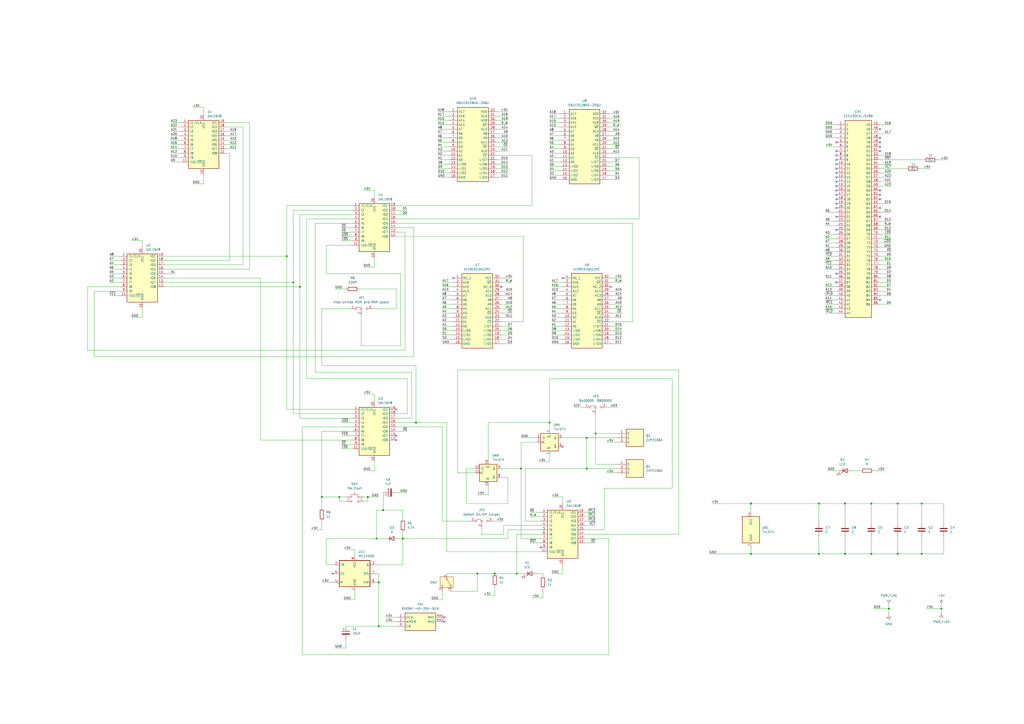
<source format=kicad_sch>
(kicad_sch (version 20231120) (generator "eeschema") (generator_version "8.0")
  (paper "A2")
  (title_block (title "Action Replay III remake") (date "2024-07-11") (comment 1 "By na103"))
  (junction (at 515.62 353.06))
  (junction (at 520.7 321.31))
  (junction (at 299.72 332.74))
  (junction (at 218.44 312.42))
  (junction (at 345.44 251.46))
  (junction (at 474.98 321.31))
  (junction (at 222.25 295.91))
  (junction (at 186.69 288.29))
  (junction (at 233.68 312.42))
  (junction (at 318.77 245.11))
  (junction (at 490.22 321.31))
  (junction (at 302.26 271.78))
  (junction (at 435.61 292.1))
  (junction (at 241.3 245.11))
  (junction (at 534.67 321.31))
  (junction (at 474.98 292.1))
  (junction (at 170.18 163.83))
  (junction (at 219.71 363.22))
  (junction (at 546.1 353.06))
  (junction (at 287.02 332.74))
  (junction (at 505.46 321.31))
  (junction (at 505.46 292.1))
  (junction (at 173.99 166.37))
  (junction (at 490.22 292.1))
  (junction (at 534.67 292.1))
  (junction (at 435.61 321.31))
  (junction (at 219.71 337.82))
  (junction (at 276.86 332.74))
  (junction (at 196.85 288.29))
  (junction (at 520.7 292.1))
  (junction (at 340.36 254))
  (junction (at 213.36 288.29))
  (junction (at 340.36 271.78))
  (junction (at 166.37 148.59))
  (no_connect (at 510.54 87.63))
  (no_connect (at 510.54 82.55))
  (no_connect (at 510.54 115.57))
  (no_connect (at 257.81 358.14))
  (no_connect (at 229.87 252.73))
  (no_connect (at 485.14 113.03))
  (no_connect (at 485.14 133.35))
  (no_connect (at 485.14 105.41))
  (no_connect (at 229.87 237.49))
  (no_connect (at 485.14 92.71))
  (no_connect (at 313.69 317.5))
  (no_connect (at 510.54 120.65))
  (no_connect (at 485.14 118.11))
  (no_connect (at 485.14 125.73))
  (no_connect (at 485.14 102.87))
  (no_connect (at 510.54 173.99))
  (no_connect (at 485.14 87.63))
  (no_connect (at 262.89 161.29))
  (no_connect (at 193.04 332.74))
  (no_connect (at 485.14 107.95))
  (no_connect (at 290.83 166.37))
  (no_connect (at 485.14 163.83))
  (no_connect (at 510.54 110.49))
  (no_connect (at 510.54 80.01))
  (no_connect (at 326.39 259.08))
  (no_connect (at 485.14 158.75))
  (no_connect (at 354.33 166.37))
  (no_connect (at 485.14 95.25))
  (no_connect (at 485.14 82.55))
  (no_connect (at 485.14 100.33))
  (no_connect (at 510.54 74.93))
  (no_connect (at 229.87 255.27))
  (no_connect (at 510.54 85.09))
  (no_connect (at 257.81 360.68))
  (no_connect (at 510.54 113.03))
  (no_connect (at 510.54 125.73))
  (no_connect (at 485.14 90.17))
  (no_connect (at 485.14 115.57))
  (no_connect (at 485.14 97.79))
  (no_connect (at 485.14 110.49))
  (no_connect (at 485.14 120.65))
  (no_connect (at 326.39 161.29))
  (wire (pts (xy 308.61 90.17) (xy 288.29 90.17)))
  (wire (pts (xy 198.12 257.81) (xy 204.47 257.81)))
  (wire (pts (xy 229.87 179.07) (xy 215.9 179.07)))
  (wire (pts (xy 478.79 168.91) (xy 485.14 168.91)))
  (wire (pts (xy 198.12 134.62) (xy 204.47 134.62)))
  (wire (pts (xy 133.35 151.13) (xy 133.35 88.9)))
  (wire (pts (xy 218.44 312.42) (xy 223.52 312.42)))
  (wire (pts (xy 534.67 311.15) (xy 534.67 321.31)))
  (wire (pts (xy 478.79 151.13) (xy 485.14 151.13)))
  (wire (pts (xy 478.79 146.05) (xy 485.14 146.05)))
  (wire (pts (xy 95.25 153.67) (xy 140.97 153.67)))
  (wire (pts (xy 318.77 81.28) (xy 325.12 81.28)))
  (wire (pts (xy 256.54 189.23) (xy 262.89 189.23)))
  (wire (pts (xy 350.52 307.34) (xy 350.52 283.21)))
  (wire (pts (xy 326.39 288.29) (xy 326.39 292.1)))
  (wire (pts (xy 254 64.77) (xy 260.35 64.77)))
  (wire (pts (xy 99.06 83.82) (xy 105.41 83.82)))
  (wire (pts (xy 294.64 307.34) (xy 294.64 312.42)))
  (wire (pts (xy 294.64 92.71) (xy 288.29 92.71)))
  (wire (pts (xy 217.17 267.97) (xy 217.17 273.05)))
  (wire (pts (xy 435.61 321.31) (xy 474.98 321.31)))
  (wire (pts (xy 345.44 314.96) (xy 339.09 314.96)))
  (wire (pts (xy 111.76 106.68) (xy 118.11 106.68)))
  (wire (pts (xy 516.89 146.05) (xy 510.54 146.05)))
  (wire (pts (xy 259.08 332.74) (xy 276.86 332.74)))
  (wire (pts (xy 297.18 173.99) (xy 290.83 173.99)))
  (wire (pts (xy 95.25 151.13) (xy 133.35 151.13)))
  (wire (pts (xy 520.7 292.1) (xy 520.7 303.53)))
  (wire (pts (xy 539.75 97.79) (xy 533.4 97.79)))
  (wire (pts (xy 297.18 176.53) (xy 290.83 176.53)))
  (wire (pts (xy 265.43 274.32) (xy 275.59 274.32)))
  (wire (pts (xy 359.41 68.58) (xy 353.06 68.58)))
  (wire (pts (xy 297.18 163.83) (xy 290.83 163.83)))
  (wire (pts (xy 294.64 100.33) (xy 288.29 100.33)))
  (wire (pts (xy 173.99 166.37) (xy 173.99 242.57)))
  (wire (pts (xy 320.04 189.23) (xy 326.39 189.23)))
  (wire (pts (xy 534.67 292.1) (xy 534.67 303.53)))
  (wire (pts (xy 318.77 245.11) (xy 318.77 248.92)))
  (wire (pts (xy 213.36 288.29) (xy 213.36 290.83)))
  (wire (pts (xy 411.48 321.31) (xy 435.61 321.31)))
  (wire (pts (xy 256.54 196.85) (xy 262.89 196.85)))
  (wire (pts (xy 546.1 350.52) (xy 546.1 353.06)))
  (wire (pts (xy 478.79 181.61) (xy 485.14 181.61)))
  (wire (pts (xy 198.12 137.16) (xy 204.47 137.16)))
  (wire (pts (xy 318.77 66.04) (xy 325.12 66.04)))
  (wire (pts (xy 236.22 250.19) (xy 229.87 250.19)))
  (wire (pts (xy 99.06 76.2) (xy 105.41 76.2)))
  (wire (pts (xy 232.41 158.75) (xy 232.41 200.66)))
  (wire (pts (xy 370.84 127) (xy 370.84 91.44)))
  (wire (pts (xy 196.85 290.83) (xy 200.66 290.83)))
  (wire (pts (xy 516.89 123.19) (xy 510.54 123.19)))
  (wire (pts (xy 350.52 283.21) (xy 389.89 283.21)))
  (wire (pts (xy 254 95.25) (xy 260.35 95.25)))
  (wire (pts (xy 210.82 228.6) (xy 217.17 228.6)))
  (wire (pts (xy 101.6 158.75) (xy 95.25 158.75)))
  (wire (pts (xy 229.87 132.08) (xy 240.03 132.08)))
  (wire (pts (xy 297.18 168.91) (xy 290.83 168.91)))
  (wire (pts (xy 254 74.93) (xy 260.35 74.93)))
  (wire (pts (xy 256.54 176.53) (xy 262.89 176.53)))
  (wire (pts (xy 256.54 184.15) (xy 262.89 184.15)))
  (wire (pts (xy 345.44 297.18) (xy 339.09 297.18)))
  (wire (pts (xy 516.89 151.13) (xy 510.54 151.13)))
  (wire (pts (xy 50.8 203.2) (xy 50.8 166.37)))
  (wire (pts (xy 95.25 161.29) (xy 151.13 161.29)))
  (wire (pts (xy 259.08 245.11) (xy 241.3 245.11)))
  (wire (pts (xy 205.74 318.77) (xy 205.74 322.58)))
  (wire (pts (xy 254 77.47) (xy 260.35 77.47)))
  (wire (pts (xy 254 67.31) (xy 260.35 67.31)))
  (wire (pts (xy 313.69 312.42) (xy 302.26 312.42)))
  (wire (pts (xy 210.82 154.94) (xy 217.17 154.94)))
  (wire (pts (xy 63.5 161.29) (xy 69.85 161.29)))
  (wire (pts (xy 516.89 138.43) (xy 510.54 138.43)))
  (wire (pts (xy 256.54 191.77) (xy 262.89 191.77)))
  (wire (pts (xy 297.18 181.61) (xy 290.83 181.61)))
  (wire (pts (xy 213.36 288.29) (xy 219.71 288.29)))
  (wire (pts (xy 236.22 124.46) (xy 229.87 124.46)))
  (wire (pts (xy 254 69.85) (xy 260.35 69.85)))
  (wire (pts (xy 360.68 189.23) (xy 354.33 189.23)))
  (wire (pts (xy 294.64 85.09) (xy 288.29 85.09)))
  (wire (pts (xy 516.89 133.35) (xy 510.54 133.35)))
  (wire (pts (xy 513.08 273.05) (xy 506.73 273.05)))
  (wire (pts (xy 241.3 212.09) (xy 186.69 212.09)))
  (wire (pts (xy 478.79 153.67) (xy 485.14 153.67)))
  (wire (pts (xy 137.16 83.82) (xy 130.81 83.82)))
  (wire (pts (xy 177.8 219.71) (xy 236.22 219.71)))
  (wire (pts (xy 478.79 77.47) (xy 485.14 77.47)))
  (wire (pts (xy 186.69 212.09) (xy 186.69 179.07)))
  (wire (pts (xy 99.06 81.28) (xy 105.41 81.28)))
  (wire (pts (xy 478.79 148.59) (xy 485.14 148.59)))
  (wire (pts (xy 435.61 292.1) (xy 435.61 297.18)))
  (wire (pts (xy 478.79 138.43) (xy 485.14 138.43)))
  (wire (pts (xy 516.89 143.51) (xy 510.54 143.51)))
  (wire (pts (xy 294.64 74.93) (xy 288.29 74.93)))
  (wire (pts (xy 294.64 77.47) (xy 288.29 77.47)))
  (wire (pts (xy 254 90.17) (xy 260.35 90.17)))
  (wire (pts (xy 292.1 302.26) (xy 285.75 302.26)))
  (wire (pts (xy 308.61 119.38) (xy 308.61 90.17)))
  (wire (pts (xy 393.7 309.88) (xy 393.7 214.63)))
  (wire (pts (xy 353.06 379.73) (xy 175.26 379.73)))
  (wire (pts (xy 490.22 292.1) (xy 490.22 303.53)))
  (wire (pts (xy 314.96 334.01) (xy 314.96 332.74)))
  (wire (pts (xy 217.17 110.49) (xy 217.17 114.3)))
  (wire (pts (xy 314.96 332.74) (xy 311.15 332.74)))
  (wire (pts (xy 515.62 353.06) (xy 515.62 356.87)))
  (wire (pts (xy 302.26 256.54) (xy 311.15 256.54)))
  (wire (pts (xy 297.18 194.31) (xy 290.83 194.31)))
  (wire (pts (xy 516.89 176.53) (xy 510.54 176.53)))
  (wire (pts (xy 505.46 321.31) (xy 505.46 311.15)))
  (wire (pts (xy 222.25 285.75) (xy 222.25 295.91)))
  (wire (pts (xy 95.25 166.37) (xy 173.99 166.37)))
  (wire (pts (xy 297.18 191.77) (xy 290.83 191.77)))
  (wire (pts (xy 320.04 179.07) (xy 326.39 179.07)))
  (wire (pts (xy 236.22 285.75) (xy 229.87 285.75)))
  (wire (pts (xy 99.06 91.44) (xy 105.41 91.44)))
  (wire (pts (xy 510.54 92.71) (xy 535.94 92.71)))
  (wire (pts (xy 210.82 110.49) (xy 217.17 110.49)))
  (wire (pts (xy 200.66 363.22) (xy 219.71 363.22)))
  (wire (pts (xy 546.1 353.06) (xy 546.1 355.6)))
  (wire (pts (xy 240.03 132.08) (xy 240.03 207.01)))
  (wire (pts (xy 233.68 308.61) (xy 233.68 312.42)))
  (wire (pts (xy 358.14 236.22) (xy 351.79 236.22)))
  (wire (pts (xy 63.5 153.67) (xy 69.85 153.67)))
  (wire (pts (xy 389.89 219.71) (xy 318.77 219.71)))
  (wire (pts (xy 198.12 252.73) (xy 204.47 252.73)))
  (wire (pts (xy 478.79 85.09) (xy 485.14 85.09)))
  (wire (pts (xy 287.02 332.74) (xy 276.86 332.74)))
  (wire (pts (xy 287.02 340.36) (xy 287.02 345.44)))
  (wire (pts (xy 359.41 88.9) (xy 353.06 88.9)))
  (wire (pts (xy 292.1 309.88) (xy 279.4 309.88)))
  (wire (pts (xy 359.41 83.82) (xy 353.06 83.82)))
  (wire (pts (xy 320.04 191.77) (xy 326.39 191.77)))
  (wire (pts (xy 359.41 76.2) (xy 353.06 76.2)))
  (wire (pts (xy 189.23 142.24) (xy 189.23 158.75)))
  (wire (pts (xy 118.11 62.23) (xy 118.11 66.04)))
  (wire (pts (xy 218.44 327.66) (xy 233.68 327.66)))
  (wire (pts (xy 229.87 137.16) (xy 303.53 137.16)))
  (wire (pts (xy 210.82 273.05) (xy 217.17 273.05)))
  (wire (pts (xy 359.41 81.28) (xy 353.06 81.28)))
  (wire (pts (xy 360.68 179.07) (xy 354.33 179.07)))
  (wire (pts (xy 261.62 342.9) (xy 276.86 342.9)))
  (wire (pts (xy 360.68 181.61) (xy 354.33 181.61)))
  (wire (pts (xy 189.23 158.75) (xy 232.41 158.75)))
  (wire (pts (xy 302.26 312.42) (xy 302.26 271.78)))
  (wire (pts (xy 354.33 161.29) (xy 360.68 161.29)))
  (wire (pts (xy 256.54 186.69) (xy 262.89 186.69)))
  (wire (pts (xy 516.89 107.95) (xy 510.54 107.95)))
  (wire (pts (xy 297.18 179.07) (xy 290.83 179.07)))
  (wire (pts (xy 182.88 215.9) (xy 238.76 215.9)))
  (wire (pts (xy 505.46 321.31) (xy 520.7 321.31)))
  (wire (pts (xy 238.76 242.57) (xy 229.87 242.57)))
  (wire (pts (xy 339.09 307.34) (xy 350.52 307.34)))
  (wire (pts (xy 219.71 363.22) (xy 229.87 363.22)))
  (wire (pts (xy 478.79 74.93) (xy 485.14 74.93)))
  (wire (pts (xy 186.69 250.19) (xy 186.69 288.29)))
  (wire (pts (xy 256.54 181.61) (xy 262.89 181.61)))
  (wire (pts (xy 95.25 156.21) (xy 144.78 156.21)))
  (wire (pts (xy 290.83 276.86) (xy 294.64 276.86)))
  (wire (pts (xy 270.51 271.78) (xy 275.59 271.78)))
  (wire (pts (xy 320.04 173.99) (xy 326.39 173.99)))
  (wire (pts (xy 478.79 161.29) (xy 485.14 161.29)))
  (wire (pts (xy 218.44 312.42) (xy 189.23 312.42)))
  (wire (pts (xy 345.44 302.26) (xy 339.09 302.26)))
  (wire (pts (xy 516.89 105.41) (xy 510.54 105.41)))
  (wire (pts (xy 54.61 168.91) (xy 69.85 168.91)))
  (wire (pts (xy 534.67 321.31) (xy 520.7 321.31)))
  (wire (pts (xy 320.04 171.45) (xy 326.39 171.45)))
  (wire (pts (xy 151.13 255.27) (xy 204.47 255.27)))
  (wire (pts (xy 177.8 127) (xy 177.8 219.71)))
  (wire (pts (xy 302.26 271.78) (xy 302.26 256.54)))
  (wire (pts (xy 516.89 102.87) (xy 510.54 102.87)))
  (wire (pts (xy 82.55 179.07) (xy 82.55 184.15)))
  (wire (pts (xy 478.79 135.89) (xy 485.14 135.89)))
  (wire (pts (xy 360.68 194.31) (xy 354.33 194.31)))
  (wire (pts (xy 367.03 186.69) (xy 354.33 186.69)))
  (wire (pts (xy 307.34 299.72) (xy 313.69 299.72)))
  (wire (pts (xy 99.06 86.36) (xy 105.41 86.36)))
  (wire (pts (xy 63.5 148.59) (xy 69.85 148.59)))
  (wire (pts (xy 359.41 66.04) (xy 353.06 66.04)))
  (wire (pts (xy 223.52 360.68) (xy 229.87 360.68)))
  (wire (pts (xy 205.74 342.9) (xy 205.74 347.98)))
  (wire (pts (xy 294.64 95.25) (xy 288.29 95.25)))
  (wire (pts (xy 204.47 121.92) (xy 170.18 121.92)))
  (wire (pts (xy 229.87 247.65) (xy 256.54 247.65)))
  (wire (pts (xy 478.79 166.37) (xy 485.14 166.37)))
  (wire (pts (xy 217.17 149.86) (xy 217.17 154.94)))
  (wire (pts (xy 516.89 77.47) (xy 510.54 77.47)))
  (wire (pts (xy 549.91 92.71) (xy 543.56 92.71)))
  (wire (pts (xy 302.26 254) (xy 311.15 254)))
  (wire (pts (xy 137.16 86.36) (xy 130.81 86.36)))
  (wire (pts (xy 208.28 167.64) (xy 229.87 167.64)))
  (wire (pts (xy 360.68 184.15) (xy 354.33 184.15)))
  (wire (pts (xy 218.44 337.82) (xy 219.71 337.82)))
  (wire (pts (xy 303.53 186.69) (xy 290.83 186.69)))
  (wire (pts (xy 76.2 139.7) (xy 82.55 139.7)))
  (wire (pts (xy 213.36 288.29) (xy 210.82 288.29)))
  (wire (pts (xy 292.1 304.8) (xy 292.1 309.88)))
  (wire (pts (xy 360.68 176.53) (xy 354.33 176.53)))
  (wire (pts (xy 320.04 199.39) (xy 326.39 199.39)))
  (wire (pts (xy 313.69 307.34) (xy 294.64 307.34)))
  (wire (pts (xy 359.41 99.06) (xy 353.06 99.06)))
  (wire (pts (xy 359.41 96.52) (xy 353.06 96.52)))
  (wire (pts (xy 478.79 72.39) (xy 485.14 72.39)))
  (wire (pts (xy 173.99 242.57) (xy 204.47 242.57)))
  (wire (pts (xy 313.69 304.8) (xy 292.1 304.8)))
  (wire (pts (xy 534.67 292.1) (xy 547.37 292.1)))
  (wire (pts (xy 82.55 139.7) (xy 82.55 143.51)))
  (wire (pts (xy 170.18 163.83) (xy 170.18 240.03)))
  (wire (pts (xy 254 97.79) (xy 260.35 97.79)))
  (wire (pts (xy 345.44 269.24) (xy 358.14 269.24)))
  (wire (pts (xy 294.64 72.39) (xy 288.29 72.39)))
  (wire (pts (xy 151.13 161.29) (xy 151.13 255.27)))
  (wire (pts (xy 318.77 264.16) (xy 318.77 267.97)))
  (wire (pts (xy 137.16 76.2) (xy 130.81 76.2)))
  (wire (pts (xy 270.51 292.1) (xy 270.51 271.78)))
  (wire (pts (xy 480.06 273.05) (xy 486.41 273.05)))
  (wire (pts (xy 294.64 292.1) (xy 270.51 292.1)))
  (wire (pts (xy 233.68 312.42) (xy 294.64 312.42)))
  (wire (pts (xy 198.12 132.08) (xy 204.47 132.08)))
  (wire (pts (xy 318.77 104.14) (xy 325.12 104.14)))
  (wire (pts (xy 506.73 353.06) (xy 515.62 353.06)))
  (wire (pts (xy 50.8 166.37) (xy 69.85 166.37)))
  (wire (pts (xy 359.41 71.12) (xy 353.06 71.12)))
  (wire (pts (xy 516.89 161.29) (xy 510.54 161.29)))
  (wire (pts (xy 254 82.55) (xy 260.35 82.55)))
  (wire (pts (xy 189.23 142.24) (xy 204.47 142.24)))
  (wire (pts (xy 360.68 163.83) (xy 354.33 163.83)))
  (wire (pts (xy 297.18 189.23) (xy 290.83 189.23)))
  (wire (pts (xy 320.04 168.91) (xy 326.39 168.91)))
  (wire (pts (xy 294.64 80.01) (xy 288.29 80.01)))
  (wire (pts (xy 490.22 292.1) (xy 505.46 292.1)))
  (wire (pts (xy 232.41 200.66) (xy 209.55 200.66)))
  (wire (pts (xy 299.72 309.88) (xy 299.72 332.74)))
  (wire (pts (xy 516.89 156.21) (xy 510.54 156.21)))
  (wire (pts (xy 303.53 332.74) (xy 299.72 332.74)))
  (wire (pts (xy 233.68 300.99) (xy 233.68 295.91)))
  (wire (pts (xy 320.04 176.53) (xy 326.39 176.53)))
  (wire (pts (xy 166.37 119.38) (xy 204.47 119.38)))
  (wire (pts (xy 297.18 184.15) (xy 290.83 184.15)))
  (wire (pts (xy 320.04 184.15) (xy 326.39 184.15)))
  (wire (pts (xy 198.12 260.35) (xy 204.47 260.35)))
  (wire (pts (xy 345.44 251.46) (xy 358.14 251.46)))
  (wire (pts (xy 283.21 266.7) (xy 283.21 245.11)))
  (wire (pts (xy 389.89 283.21) (xy 389.89 219.71)))
  (wire (pts (xy 537.21 353.06) (xy 546.1 353.06)))
  (wire (pts (xy 137.16 78.74) (xy 130.81 78.74)))
  (wire (pts (xy 326.39 327.66) (xy 326.39 332.74)))
  (wire (pts (xy 494.03 273.05) (xy 499.11 273.05)))
  (wire (pts (xy 307.34 314.96) (xy 313.69 314.96)))
  (wire (pts (xy 320.04 186.69) (xy 326.39 186.69)))
  (wire (pts (xy 478.79 156.21) (xy 485.14 156.21)))
  (wire (pts (xy 345.44 304.8) (xy 339.09 304.8)))
  (wire (pts (xy 516.89 153.67) (xy 510.54 153.67)))
  (wire (pts (xy 209.55 200.66) (xy 209.55 182.88)))
  (wire (pts (xy 474.98 292.1) (xy 490.22 292.1)))
  (wire (pts (xy 478.79 179.07) (xy 485.14 179.07)))
  (wire (pts (xy 166.37 119.38) (xy 166.37 148.59)))
  (wire (pts (xy 359.41 101.6) (xy 353.06 101.6)))
  (wire (pts (xy 217.17 228.6) (xy 217.17 232.41)))
  (wire (pts (xy 312.42 267.97) (xy 318.77 267.97)))
  (wire (pts (xy 198.12 245.11) (xy 204.47 245.11)))
  (wire (pts (xy 238.76 215.9) (xy 238.76 242.57)))
  (wire (pts (xy 219.71 337.82) (xy 219.71 363.22)))
  (wire (pts (xy 290.83 161.29) (xy 297.18 161.29)))
  (wire (pts (xy 478.79 176.53) (xy 485.14 176.53)))
  (wire (pts (xy 166.37 148.59) (xy 166.37 237.49)))
  (wire (pts (xy 229.87 129.54) (xy 367.03 129.54)))
  (wire (pts (xy 218.44 295.91) (xy 218.44 312.42)))
  (wire (pts (xy 140.97 73.66) (xy 130.81 73.66)))
  (wire (pts (xy 339.09 312.42) (xy 353.06 312.42)))
  (wire (pts (xy 359.41 73.66) (xy 353.06 73.66)))
  (wire (pts (xy 320.04 166.37) (xy 326.39 166.37)))
  (wire (pts (xy 318.77 73.66) (xy 325.12 73.66)))
  (wire (pts (xy 63.5 171.45) (xy 69.85 171.45)))
  (wire (pts (xy 256.54 166.37) (xy 262.89 166.37)))
  (wire (pts (xy 254 87.63) (xy 260.35 87.63)))
  (wire (pts (xy 490.22 321.31) (xy 490.22 311.15)))
  (wire (pts (xy 175.26 247.65) (xy 204.47 247.65)))
  (wire (pts (xy 370.84 91.44) (xy 353.06 91.44)))
  (wire (pts (xy 99.06 93.98) (xy 105.41 93.98)))
  (wire (pts (xy 505.46 292.1) (xy 505.46 303.53)))
  (wire (pts (xy 254 85.09) (xy 260.35 85.09)))
  (wire (pts (xy 351.79 256.54) (xy 358.14 256.54)))
  (wire (pts (xy 199.39 318.77) (xy 205.74 318.77)))
  (wire (pts (xy 359.41 78.74) (xy 353.06 78.74)))
  (wire (pts (xy 320.04 163.83) (xy 326.39 163.83)))
  (wire (pts (xy 313.69 302.26) (xy 304.8 302.26)))
  (wire (pts (xy 294.64 64.77) (xy 288.29 64.77)))
  (wire (pts (xy 478.79 171.45) (xy 485.14 171.45)))
  (wire (pts (xy 547.37 321.31) (xy 534.67 321.31)))
  (wire (pts (xy 318.77 91.44) (xy 325.12 91.44)))
  (wire (pts (xy 95.25 163.83) (xy 170.18 163.83)))
  (wire (pts (xy 516.89 118.11) (xy 510.54 118.11)))
  (wire (pts (xy 474.98 321.31) (xy 474.98 311.15)))
  (wire (pts (xy 133.35 88.9) (xy 130.81 88.9)))
  (wire (pts (xy 367.03 129.54) (xy 367.03 186.69)))
  (wire (pts (xy 111.76 62.23) (xy 118.11 62.23)))
  (wire (pts (xy 186.69 337.82) (xy 193.04 337.82)))
  (wire (pts (xy 516.89 130.81) (xy 510.54 130.81)))
  (wire (pts (xy 299.72 332.74) (xy 287.02 332.74)))
  (wire (pts (xy 186.69 288.29) (xy 196.85 288.29)))
  (wire (pts (xy 265.43 214.63) (xy 265.43 274.32)))
  (wire (pts (xy 240.03 207.01) (xy 54.61 207.01)))
  (wire (pts (xy 54.61 207.01) (xy 54.61 168.91)))
  (wire (pts (xy 204.47 127) (xy 177.8 127)))
  (wire (pts (xy 186.69 302.26) (xy 186.69 307.34)))
  (wire (pts (xy 99.06 71.12) (xy 105.41 71.12)))
  (wire (pts (xy 359.41 86.36) (xy 353.06 86.36)))
  (wire (pts (xy 318.77 71.12) (xy 325.12 71.12)))
  (wire (pts (xy 118.11 101.6) (xy 118.11 106.68)))
  (wire (pts (xy 233.68 295.91) (xy 222.25 295.91)))
  (wire (pts (xy 182.88 129.54) (xy 182.88 215.9)))
  (wire (pts (xy 204.47 250.19) (xy 186.69 250.19)))
  (wire (pts (xy 198.12 139.7) (xy 204.47 139.7)))
  (wire (pts (xy 234.95 203.2) (xy 50.8 203.2)))
  (wire (pts (xy 256.54 171.45) (xy 262.89 171.45)))
  (wire (pts (xy 294.64 97.79) (xy 288.29 97.79)))
  (wire (pts (xy 166.37 237.49) (xy 204.47 237.49)))
  (wire (pts (xy 516.89 171.45) (xy 510.54 171.45)))
  (wire (pts (xy 547.37 311.15) (xy 547.37 321.31)))
  (wire (pts (xy 412.75 292.1) (xy 435.61 292.1)))
  (wire (pts (xy 63.5 158.75) (xy 69.85 158.75)))
  (wire (pts (xy 340.36 271.78) (xy 340.36 254)))
  (wire (pts (xy 478.79 143.51) (xy 485.14 143.51)))
  (wire (pts (xy 345.44 251.46) (xy 345.44 269.24)))
  (wire (pts (xy 516.89 135.89) (xy 510.54 135.89)))
  (wire (pts (xy 478.79 80.01) (xy 485.14 80.01)))
  (wire (pts (xy 144.78 71.12) (xy 130.81 71.12)))
  (wire (pts (xy 478.79 123.19) (xy 485.14 123.19)))
  (wire (pts (xy 478.79 140.97) (xy 485.14 140.97)))
  (wire (pts (xy 186.69 288.29) (xy 186.69 294.64)))
  (wire (pts (xy 196.85 288.29) (xy 200.66 288.29)))
  (wire (pts (xy 474.98 292.1) (xy 474.98 303.53)))
  (wire (pts (xy 283.21 281.94) (xy 283.21 287.02)))
  (wire (pts (xy 516.89 100.33) (xy 510.54 100.33)))
  (wire (pts (xy 259.08 245.11) (xy 259.08 320.04)))
  (wire (pts (xy 256.54 247.65) (xy 256.54 302.26)))
  (wire (pts (xy 297.18 199.39) (xy 290.83 199.39)))
  (wire (pts (xy 236.22 121.92) (xy 229.87 121.92)))
  (wire (pts (xy 229.87 119.38) (xy 308.61 119.38)))
  (wire (pts (xy 360.68 191.77) (xy 354.33 191.77)))
  (wire (pts (xy 516.89 168.91) (xy 510.54 168.91)))
  (wire (pts (xy 307.34 297.18) (xy 313.69 297.18)))
  (wire (pts (xy 520.7 321.31) (xy 520.7 311.15)))
  (wire (pts (xy 194.31 375.92) (xy 200.66 375.92)))
  (wire (pts (xy 520.7 292.1) (xy 534.67 292.1)))
  (wire (pts (xy 339.09 309.88) (xy 393.7 309.88)))
  (wire (pts (xy 204.47 129.54) (xy 182.88 129.54)))
  (wire (pts (xy 144.78 156.21) (xy 144.78 71.12)))
  (wire (pts (xy 229.87 245.11) (xy 241.3 245.11)))
  (wire (pts (xy 478.79 173.99) (xy 485.14 173.99)))
  (wire (pts (xy 254 92.71) (xy 260.35 92.71)))
  (wire (pts (xy 279.4 309.88) (xy 279.4 306.07)))
  (wire (pts (xy 359.41 104.14) (xy 353.06 104.14)))
  (wire (pts (xy 360.68 171.45) (xy 354.33 171.45)))
  (wire (pts (xy 199.39 347.98) (xy 205.74 347.98)))
  (wire (pts (xy 196.85 288.29) (xy 196.85 290.83)))
  (wire (pts (xy 254 80.01) (xy 260.35 80.01)))
  (wire (pts (xy 189.23 312.42) (xy 189.23 327.66)))
  (wire (pts (xy 505.46 292.1) (xy 520.7 292.1)))
  (wire (pts (xy 393.7 214.63) (xy 265.43 214.63)))
  (wire (pts (xy 256.54 168.91) (xy 262.89 168.91)))
  (wire (pts (xy 259.08 320.04) (xy 313.69 320.04)))
  (wire (pts (xy 351.79 274.32) (xy 358.14 274.32)))
  (wire (pts (xy 231.14 312.42) (xy 233.68 312.42)))
  (wire (pts (xy 313.69 309.88) (xy 299.72 309.88)))
  (wire (pts (xy 229.87 127) (xy 370.84 127)))
  (wire (pts (xy 256.54 163.83) (xy 262.89 163.83)))
  (wire (pts (xy 318.77 78.74) (xy 325.12 78.74)))
  (wire (pts (xy 297.18 196.85) (xy 290.83 196.85)))
  (wire (pts (xy 345.44 240.03) (xy 345.44 251.46)))
  (wire (pts (xy 218.44 332.74) (xy 219.71 332.74)))
  (wire (pts (xy 360.68 199.39) (xy 354.33 199.39)))
  (wire (pts (xy 276.86 287.02) (xy 283.21 287.02)))
  (wire (pts (xy 189.23 327.66) (xy 193.04 327.66)))
  (wire (pts (xy 353.06 312.42) (xy 353.06 379.73)))
  (wire (pts (xy 256.54 302.26) (xy 273.05 302.26)))
  (wire (pts (xy 175.26 379.73) (xy 175.26 247.65)))
  (wire (pts (xy 194.31 167.64) (xy 200.66 167.64)))
  (wire (pts (xy 308.61 346.71) (xy 314.96 346.71)))
  (wire (pts (xy 304.8 302.26) (xy 304.8 271.78)))
  (wire (pts (xy 76.2 184.15) (xy 82.55 184.15)))
  (wire (pts (xy 283.21 245.11) (xy 318.77 245.11)))
  (wire (pts (xy 345.44 299.72) (xy 339.09 299.72)))
  (wire (pts (xy 320.04 181.61) (xy 326.39 181.61)))
  (wire (pts (xy 180.34 307.34) (xy 186.69 307.34)))
  (wire (pts (xy 186.69 179.07) (xy 203.2 179.07)))
  (wire (pts (xy 478.79 130.81) (xy 485.14 130.81)))
  (wire (pts (xy 222.25 295.91) (xy 218.44 295.91)))
  (wire (pts (xy 170.18 121.92) (xy 170.18 163.83)))
  (wire (pts (xy 516.89 140.97) (xy 510.54 140.97)))
  (wire (pts (xy 250.19 347.98) (xy 256.54 347.98)))
  (wire (pts (xy 254 100.33) (xy 260.35 100.33)))
  (wire (pts (xy 515.62 350.52) (xy 515.62 353.06)))
  (wire (pts (xy 294.64 67.31) (xy 288.29 67.31)))
  (wire (pts (xy 236.22 219.71) (xy 236.22 240.03)))
  (wire (pts (xy 236.22 240.03) (xy 229.87 240.03)))
  (wire (pts (xy 276.86 332.74) (xy 276.86 342.9)))
  (wire (pts (xy 63.5 163.83) (xy 69.85 163.83)))
  (wire (pts (xy 294.64 276.86) (xy 294.64 292.1)))
  (wire (pts (xy 360.68 196.85) (xy 354.33 196.85)))
  (wire (pts (xy 256.54 194.31) (xy 262.89 194.31)))
  (wire (pts (xy 173.99 124.46) (xy 173.99 166.37)))
  (wire (pts (xy 303.53 137.16) (xy 303.53 186.69)))
  (wire (pts (xy 297.18 171.45) (xy 290.83 171.45)))
  (wire (pts (xy 320.04 332.74) (xy 326.39 332.74)))
  (wire (pts (xy 256.54 179.07) (xy 262.89 179.07)))
  (wire (pts (xy 256.54 199.39) (xy 262.89 199.39)))
  (wire (pts (xy 254 102.87) (xy 260.35 102.87)))
  (wire (pts (xy 95.25 148.59) (xy 166.37 148.59)))
  (wire (pts (xy 318.77 68.58) (xy 325.12 68.58)))
  (wire (pts (xy 490.22 321.31) (xy 505.46 321.31)))
  (wire (pts (xy 340.36 271.78) (xy 358.14 271.78)))
  (wire (pts (xy 360.68 173.99) (xy 354.33 173.99)))
  (wire (pts (xy 360.68 168.91) (xy 354.33 168.91)))
  (wire (pts (xy 294.64 87.63) (xy 288.29 87.63)))
  (wire (pts (xy 435.61 292.1) (xy 474.98 292.1)))
  (wire (pts (xy 516.89 166.37) (xy 510.54 166.37)))
  (wire (pts (xy 290.83 271.78) (xy 302.26 271.78)))
  (wire (pts (xy 318.77 93.98) (xy 325.12 93.98)))
  (wire (pts (xy 516.89 163.83) (xy 510.54 163.83)))
  (wire (pts (xy 234.95 134.62) (xy 234.95 203.2)))
  (wire (pts (xy 99.06 78.74) (xy 105.41 78.74)))
  (wire (pts (xy 516.89 90.17) (xy 510.54 90.17)))
  (wire (pts (xy 318.77 219.71) (xy 318.77 245.11)))
  (wire (pts (xy 137.16 81.28) (xy 130.81 81.28)))
  (wire (pts (xy 326.39 254) (xy 340.36 254)))
  (wire (pts (xy 318.77 96.52) (xy 325.12 96.52)))
  (wire (pts (xy 516.89 72.39) (xy 510.54 72.39)))
  (wire (pts (xy 435.61 321.31) (xy 435.61 317.5)))
  (wire (pts (xy 256.54 342.9) (xy 256.54 347.98)))
  (wire (pts (xy 223.52 358.14) (xy 229.87 358.14)))
  (wire (pts (xy 200.66 370.84) (xy 200.66 375.92)))
  (wire (pts (xy 229.87 134.62) (xy 234.95 134.62)))
  (wire (pts (xy 516.89 128.27) (xy 510.54 128.27)))
  (wire (pts (xy 229.87 167.64) (xy 229.87 179.07)))
  (wire (pts (xy 510.54 97.79) (xy 525.78 97.79)))
  (wire (pts (xy 140.97 153.67) (xy 140.97 73.66)))
  (wire (pts (xy 318.77 99.06) (xy 325.12 99.06)))
  (wire (pts (xy 99.06 73.66) (xy 105.41 73.66)))
  (wire (pts (xy 280.67 345.44) (xy 287.02 345.44)))
  (wire (pts (xy 320.04 194.31) (xy 326.39 194.31)))
  (wire (pts (xy 304.8 271.78) (xy 340.36 271.78)))
  (wire (pts (xy 516.89 95.25) (xy 510.54 95.25)))
  (wire (pts (xy 320.04 196.85) (xy 326.39 196.85)))
  (wire (pts (xy 241.3 245.11) (xy 241.3 212.09)))
  (wire (pts (xy 99.06 88.9) (xy 105.41 88.9)))
  (wire (pts (xy 233.68 327.66) (xy 233.68 312.42)))
  (wire (pts (xy 314.96 341.63) (xy 314.96 346.71)))
  (wire (pts (xy 340.36 254) (xy 358.14 254)))
  (wire (pts (xy 318.77 83.82) (xy 325.12 83.82)))
  (wire (pts (xy 318.77 88.9) (xy 325.12 88.9)))
  (wire (pts (xy 478.79 128.27) (xy 485.14 128.27)))
  (wire (pts (xy 318.77 86.36) (xy 325.12 86.36)))
  (wire (pts (xy 318.77 101.6) (xy 325.12 101.6)))
  (wire (pts (xy 516.89 158.75) (xy 510.54 158.75)))
  (wire (pts (xy 516.89 148.59) (xy 510.54 148.59)))
  (wire (pts (xy 294.64 102.87) (xy 288.29 102.87)))
  (wire (pts (xy 63.5 156.21) (xy 69.85 156.21)))
  (wire (pts (xy 204.47 124.46) (xy 173.99 124.46)))
  (wire (pts (xy 170.18 240.03) (xy 204.47 240.03)))
  (wire (pts (xy 547.37 292.1) (xy 547.37 303.53)))
  (wire (pts (xy 332.74 236.22) (xy 339.09 236.22)))
  (wire (pts (xy 219.71 332.74) (xy 219.71 337.82)))
  (wire (pts (xy 213.36 290.83) (xy 210.82 290.83)))
  (wire (pts (xy 294.64 69.85) (xy 288.29 69.85)))
  (wire (pts (xy 359.41 93.98) (xy 353.06 93.98)))
  (wire (pts (xy 294.64 82.55) (xy 288.29 82.55)))
  (wire (pts (xy 254 72.39) (xy 260.35 72.39)))
  (wire (pts (xy 63.5 151.13) (xy 69.85 151.13)))
  (wire (pts (xy 474.98 321.31) (xy 490.22 321.31)))
  (wire (pts (xy 256.54 173.99) (xy 262.89 173.99)))
  (wire (pts (xy 318.77 76.2) (xy 325.12 76.2)))
  (wire (pts (xy 320.04 288.29) (xy 326.39 288.29)))
  (label "A11" (at 294.64 87.63 180))
  (label "A13" (at 137.16 83.82 180))
  (label "D11" (at 516.89 138.43 180))
  (label "+5V" (at 111.76 62.23 0))
  (label "+5V" (at 180.34 307.34 0))
  (label "A15" (at 478.79 179.07 0))
  (label "GND" (at 194.31 167.64 0))
  (label "A16" (at 320.04 166.37 0))
  (label "D2" (at 318.77 101.6 0))
  (label "+5V" (at 513.08 273.05 180))
  (label "A3" (at 318.77 88.9 0))
  (label "D12" (at 294.64 100.33 180))
  (label "A4" (at 320.04 181.61 0))
  (label "~{FC0}" (at 478.79 148.59 0))
  (label "D4" (at 516.89 168.91 180))
  (label "+5V" (at 210.82 228.6 0))
  (label "A14" (at 360.68 171.45 180))
  (label "D1" (at 318.77 99.06 0))
  (label "A6" (at 478.79 128.27 0))
  (label "D9" (at 516.89 156.21 180))
  (label "A13" (at 256.54 168.91 0))
  (label "~{IPL1}" (at 345.44 299.72 180))
  (label "A15" (at 254 69.85 0))
  (label "GND" (at 411.48 321.31 0))
  (label "D1" (at 236.22 121.92 180))
  (label "GND" (at 320.04 332.74 0))
  (label "~{IPL0}" (at 478.79 171.45 0))
  (label "+5V" (at 359.41 66.04 180))
  (label "~{UDS}" (at 516.89 140.97 180))
  (label "R_W" (at 359.41 73.66 180))
  (label "~{OE}" (at 294.64 85.09 180))
  (label "D7" (at 359.41 93.98 180))
  (label "A3" (at 478.79 135.89 0))
  (label "A10" (at 294.64 80.01 180))
  (label "A7" (at 254 77.47 0))
  (label "A2" (at 318.77 91.44 0))
  (label "GND" (at 194.31 375.92 0))
  (label "R_W" (at 297.18 163.83 180))
  (label "A13" (at 254 72.39 0))
  (label "D14" (at 516.89 123.19 180))
  (label "+5V" (at 280.67 345.44 0))
  (label "A16" (at 359.41 68.58 180))
  (label "A23" (at 358.14 236.22 180))
  (label "A18" (at 254 64.77 0))
  (label "A7" (at 478.79 140.97 0))
  (label "~{AS}" (at 236.22 250.19 180))
  (label "D2" (at 256.54 196.85 0))
  (label "D3" (at 359.41 104.14 180))
  (label "~{RST}" (at 516.89 92.71 180))
  (label "A20" (at 99.06 78.74 0))
  (label "A17" (at 254 67.31 0))
  (label "A5" (at 478.79 123.19 0))
  (label "A18" (at 99.06 81.28 0))
  (label "A17" (at 320.04 163.83 0))
  (label "D0" (at 256.54 191.77 0))
  (label "A20" (at 516.89 100.33 180))
  (label "A8" (at 320.04 171.45 0))
  (label "A14" (at 294.64 74.93 180))
  (label "GND" (at 254 102.87 0))
  (label "A7" (at 320.04 173.99 0))
  (label "+5V" (at 276.86 287.02 0))
  (label "A16" (at 99.06 83.82 0))
  (label "R_W" (at 294.64 72.39 180))
  (label "GND" (at 236.22 285.75 180))
  (label "A19" (at 137.16 76.2 180))
  (label "A5" (at 254 82.55 0))
  (label "D13" (at 360.68 194.31 180))
  (label "D11" (at 294.64 102.87 180))
  (label "A8" (at 478.79 146.05 0))
  (label "~{IPL1}" (at 478.79 176.53 0))
  (label "A5" (at 320.04 179.07 0))
  (label "~{LDS}" (at 516.89 135.89 180))
  (label "D11" (at 360.68 199.39 180))
  (label "A23" (at 99.06 71.12 0))
  (label "R_W" (at 307.34 299.72 0))
  (label "+5V" (at 76.2 139.7 0))
  (label "~{HLT}" (at 516.89 97.79 180))
  (label "D6" (at 516.89 171.45 180))
  (label "D15" (at 360.68 189.23 180))
  (label "A6" (at 63.5 156.21 0))
  (label "GND" (at 506.73 353.06 0))
  (label "A17" (at 318.77 68.58 0))
  (label "D5" (at 297.18 194.31 180))
  (label "A13" (at 320.04 168.91 0))
  (label "A1" (at 254 92.71 0))
  (label "A7" (at 318.77 78.74 0))
  (label "GND" (at 219.71 288.29 180))
  (label "A9" (at 478.79 151.13 0))
  (label "A6" (at 320.04 176.53 0))
  (label "A22" (at 516.89 102.87 180))
  (label "GND" (at 478.79 74.93 0))
  (label "A4" (at 254 85.09 0))
  (label "~{IPL2}" (at 345.44 297.18 180))
  (label "~{FC0}" (at 198.12 252.73 0))
  (label "A23" (at 516.89 107.95 180))
  (label "~{AS}" (at 516.89 146.05 180))
  (label "A1" (at 318.77 93.98 0))
  (label "A10" (at 99.06 91.44 0))
  (label "A12" (at 360.68 179.07 180))
  (label "GND" (at 320.04 199.39 0))
  (label "+5V" (at 199.39 318.77 0))
  (label "D10" (at 254 100.33 0))
  (label "D3" (at 516.89 163.83 180))
  (label "A8" (at 318.77 76.2 0))
  (label "D5" (at 359.41 99.06 180))
  (label "A15" (at 360.68 168.91 180))
  (label "+5V" (at 549.91 92.71 180))
  (label "A4" (at 318.77 86.36 0))
  (label "~{OE}" (at 359.41 86.36 180))
  (label "+5V" (at 312.42 267.97 0))
  (label "D7" (at 516.89 166.37 180))
  (label "A11" (at 478.79 161.29 0))
  (label "A8" (at 254 74.93 0))
  (label "+5V" (at 412.75 292.1 0))
  (label "A17" (at 137.16 78.74 180))
  (label "A22" (at 99.06 73.66 0))
  (label "+5V" (at 351.79 256.54 0))
  (label "A2" (at 256.54 186.69 0))
  (label "+5V" (at 297.18 161.29 180))
  (label "A1" (at 320.04 189.23 0))
  (label "D13" (at 294.64 97.79 180))
  (label "D15" (at 294.64 92.71 180))
  (label "R_W" (at 360.68 163.83 180))
  (label "A2" (at 478.79 138.43 0))
  (label "A19" (at 294.64 69.85 180))
  (label "GND" (at 111.76 106.68 0))
  (label "A12" (at 297.18 179.07 180))
  (label "A2" (at 63.5 163.83 0))
  (label "A9" (at 359.41 78.74 180))
  (label "A18" (at 516.89 90.17 180))
  (label "+5V" (at 210.82 110.49 0))
  (label "~{FC1}" (at 478.79 153.67 0))
  (label "A7" (at 63.5 151.13 0))
  (label "D0" (at 236.22 124.46 180))
  (label "A17" (at 516.89 77.47 180))
  (label "D1" (at 516.89 153.67 180))
  (label "A3" (at 256.54 184.15 0))
  (label "+5V" (at 351.79 274.32 0))
  (label "+5V" (at 360.68 161.29 180))
  (label "D2" (at 516.89 158.75 180))
  (label "A3" (at 320.04 184.15 0))
  (label "A1" (at 256.54 189.23 0))
  (label "A21" (at 516.89 105.41 180))
  (label "~{OE}" (at 198.12 132.08 0))
  (label "A12" (at 359.41 83.82 180))
  (label "A9" (at 297.18 173.99 180))
  (label "A6" (at 254 80.01 0))
  (label "A14" (at 478.79 173.99 0))
  (label "D8" (at 516.89 161.29 180))
  (label "~{LDS}" (at 198.12 139.7 0))
  (label "A16" (at 256.54 166.37 0))
  (label "D6" (at 297.18 191.77 180))
  (label "A9" (at 294.64 77.47 180))
  (label "GND" (at 250.19 347.98 0))
  (label "A17" (at 256.54 163.83 0))
  (label "A16" (at 294.64 67.31 180))
  (label "~{AS}" (at 307.34 297.18 0))
  (label "A3" (at 63.5 161.29 0))
  (label "D8" (at 254 95.25 0))
  (label "A4" (at 256.54 181.61 0))
  (label "+5V" (at 223.52 358.14 0))
  (label "D13" (at 516.89 128.27 180))
  (label "A7" (at 256.54 173.99 0))
  (label "+5V" (at 537.21 353.06 0))
  (label "A14" (at 297.18 171.45 180))
  (label "A10" (at 360.68 176.53 180))
  (label "A19" (at 516.89 95.25 180))
  (label "A10" (at 359.41 81.28 180))
  (label "A9" (at 360.68 173.99 180))
  (label "A4" (at 478.79 130.81 0))
  (label "~{UDS}" (at 198.12 137.16 0))
  (label "GND" (at 210.82 273.05 0))
  (label "A11" (at 297.18 184.15 180))
  (label "D3" (at 297.18 199.39 180))
  (label "A6" (at 318.77 81.28 0))
  (label "GND" (at 478.79 77.47 0))
  (label "A15" (at 297.18 168.91 180))
  (label "D12" (at 360.68 196.85 180))
  (label "D9" (at 254 97.79 0))
  (label "GND" (at 480.06 273.05 0))
  (label "A10" (at 478.79 156.21 0))
  (label "A15" (at 318.77 71.12 0))
  (label "+5V" (at 223.52 360.68 0))
  (label "A22" (at 332.74 236.22 0))
  (label "A5" (at 318.77 83.82 0))
  (label "+5V" (at 539.75 97.79 180))
  (label "A14" (at 359.41 76.2 180))
  (label "GND" (at 478.79 80.01 0))
  (label "+5V" (at 308.61 346.71 0))
  (label "A8" (at 63.5 148.59 0))
  (label "+5V" (at 320.04 288.29 0))
  (label "D10" (at 320.04 196.85 0))
  (label "D8" (at 320.04 191.77 0))
  (label "D1" (at 256.54 194.31 0))
  (label "A6" (at 256.54 176.53 0))
  (label "+5V" (at 186.69 337.82 0))
  (label "D4" (at 359.41 101.6 180))
  (label "D6" (at 359.41 96.52 180))
  (label "GND" (at 256.54 199.39 0))
  (label "D14" (at 360.68 191.77 180))
  (label "A16" (at 516.89 72.39 180))
  (label "A13" (at 478.79 168.91 0))
  (label "D12" (at 516.89 133.35 180))
  (label "~{AS}" (at 198.12 134.62 0))
  (label "~{OE}" (at 297.18 181.61 180))
  (label "A2" (at 254 90.17 0))
  (label "A11" (at 137.16 86.36 180))
  (label "A14" (at 99.06 86.36 0))
  (label "A21" (at 99.06 76.2 0))
  (label "~{FC1}" (at 63.5 171.45 0))
  (label "A5" (at 256.54 179.07 0))
  (label "A3" (at 254 87.63 0))
  (label "GND" (at 210.82 154.94 0))
  (label "D0" (at 516.89 148.59 180))
  (label "A5" (at 63.5 158.75 0))
  (label "R_W" (at 516.89 130.81 180))
  (label "D10" (at 516.89 151.13 180))
  (label "GND" (at 199.39 347.98 0))
  (label "A18" (at 318.77 66.04 0))
  (label "A1" (at 101.6 158.75 180))
  (label "D4" (at 297.18 196.85 180))
  (label "D7" (at 297.18 189.23 180))
  (label "GND" (at 516.89 143.51 180))
  (label "D9" (at 320.04 194.31 0))
  (label "A12" (at 99.06 88.9 0))
  (label "A12" (at 294.64 82.55 180))
  (label "+5V" (at 292.1 302.26 180))
  (label "D15" (at 516.89 118.11 180))
  (label "GND" (at 302.26 254 0))
  (label "~{OE}" (at 345.44 314.96 180))
  (label "A2" (at 320.04 186.69 0))
  (label "A1" (at 478.79 143.51 0))
  (label "GND" (at 478.79 72.39 0))
  (label "~{OE}" (at 198.12 257.81 0))
  (label "D5" (at 516.89 176.53 180))
  (label "A12" (at 478.79 166.37 0))
  (label "A11" (at 359.41 88.9 180))
  (label "A13" (at 318.77 73.66 0))
  (label "+5V" (at 478.79 85.09 0))
  (label "~{IPL0}" (at 345.44 302.26 180))
  (label "GND" (at 76.2 184.15 0))
  (label "~{LDS}" (at 198.12 260.35 0))
  (label "A19" (at 359.41 71.12 180))
  (label "D0" (at 318.77 96.52 0))
  (label "GND" (at 318.77 104.14 0))
  (label "A15" (at 137.16 81.28 180))
  (label "A8" (at 256.54 171.45 0))
  (label "A10" (at 297.18 176.53 180))
  (label "D14" (at 294.64 95.25 180))
  (label "A9" (at 99.06 93.98 0))
  (label "+5V" (at 294.64 64.77 180))
  (label "~{HLT}" (at 345.44 304.8 180))
  (label "A11" (at 360.68 184.15 180))
  (label "~{OE}" (at 360.68 181.61 180))
  (label "~{IPL2}" (at 478.79 181.61 0))
  (label "~{UDS}" (at 198.12 245.11 0))
  (label "A4" (at 63.5 153.67 0))
  (label "~{RST}" (at 307.34 314.96 0))
  (symbol (lib_id "Device:D") (at 227.33 312.42 0) (unit 1)
    (property "Reference" "D3" (at 227.33 306.07 0))
    (property "Value" "D" (at 227.33 308.61 0))
    (property "Footprint" "Diode_SMD:D_1206_3216Metric_Pad1.42x1.75mm_HandSolder" (effects (hide yes)))
    (property "Description" "Diode" (effects (hide yes)))
    (property "Sim.Device" "D" (effects (hide yes)))
    (property "Sim.Pins" "1=K 2=A" (effects (hide yes)))
  )
  (symbol (lib_id "Switch:SW_Push") (at 205.74 288.29 0) (unit 1)
    (property "Reference" "SW1" (at 205.74 280.67 0))
    (property "Value" "SW_Push" (at 205.74 283.21 0))
    (property "Footprint" "Button_Switch_THT:SW_Push_2P1T_Toggle_CK_PVA1xxH1xxxxxxV2" (effects (hide yes)))
    (property "Description" "Push button switch, generic, two pins" (effects (hide yes)))
  )
  (symbol (lib_id "SamacSys_Parts:AT29C010A12PC") (at 326.39 161.29 0) (unit 1)
    (property "Reference" "U9" (at 340.36 153.67 0))
    (property "Value" "AT29C010A12PC" (at 340.36 156.21 0))
    (property "Footprint" "ARIII_Shared:DIP-32_W15.24mm-SmallerPads" (effects (hide yes)))
    (property "Description" "Flash EPROM,AT29C010-12PC 128Kx8bit 1Mb" (effects (hide yes)))
    (property "Height" "4.826" (effects (hide yes)))
    (property "Manufacturer_Name" "Microchip" (effects (hide yes)))
    (property "Manufacturer_Part_Number" "AT29C010A12PC" (effects (hide yes)))
  )
  (symbol (lib_id "Device:R") (at 186.69 298.45 180) (unit 1)
    (property "Reference" "R6" (at 189.23 297.1799 0) (effects (justify right)))
    (property "Value" "1k" (at 189.23 299.7199 0) (effects (justify right)))
    (property "Footprint" "Resistor_SMD:R_1206_3216Metric_Pad1.30x1.75mm_HandSolder" (effects (hide yes)))
    (property "Description" "Resistor" (effects (hide yes)))
  )
  (symbol (lib_id "74xx:74LS74") (at 318.77 256.54 0) (unit 1)
    (property "Reference" "U6" (at 320.9641 246.38 0) (effects (justify left)))
    (property "Value" "74LS74" (at 320.9641 248.92 0) (effects (justify left)))
    (property "Footprint" "ARIII_Shared:SO-14_Hyrbrid" (effects (hide yes)))
    (property "Datasheet" "74xx/74hc_hct74.pdf" (effects (hide yes)))
    (property "Description" "Dual D Flip-flop, Set & Reset" (effects (hide yes)))
  )
  (symbol (lib_id "Logic_Programmable:GAL16V8") (at 326.39 309.88 0) (unit 1)
    (property "Reference" "U5" (at 328.5841 290.83 0) (effects (justify left)))
    (property "Value" "GAL16V8" (at 328.5841 293.37 0) (effects (justify left)))
    (property "Footprint" "Package_LCC:PLCC-20" (effects (hide yes)))
    (property "Description" "Programmable Logic Array, DIP-20/SOIC-20/PLCC-20" (effects (hide yes)))
  )
  (symbol (lib_id "74xx:74LS74") (at 435.61 307.34 0) (unit 3)
    (property "Reference" "U6" (at 441.96 306.0699 0) (effects (justify left)))
    (property "Value" "74LS74" (at 441.96 308.6099 0) (effects (justify left)))
    (property "Footprint" "ARIII_Shared:SO-14_Hyrbrid" (effects (hide yes)))
    (property "Datasheet" "74xx/74hc_hct74.pdf" (effects (hide yes)))
    (property "Description" "Dual D Flip-flop, Set & Reset" (effects (hide yes)))
  )
  (symbol (lib_id "Device:R") (at 539.75 92.71 90) (unit 1)
    (property "Reference" "R2" (at 539.75 92.71 90))
    (property "Value" "1k" (at 539.75 90.17 90))
    (property "Footprint" "Resistor_SMD:R_1206_3216Metric_Pad1.30x1.75mm_HandSolder" (effects (hide yes)))
    (property "Description" "Resistor" (effects (hide yes)))
  )
  (symbol (lib_id "SamacSys_Parts:IS61C5128AS-25QLI") (at 325.12 66.04 0) (unit 1)
    (property "Reference" "U8" (at 339.09 58.42 0))
    (property "Value" "IS61C5128AS-25QLI" (at 339.09 60.96 0))
    (property "Footprint" "SamacSys_Parts:SOIC127P1412X305-32N" (effects (hide yes)))
    (property "Datasheet" "http://www.issi.com/WW/pdf/61-64C5128AL.pdf" (effects (hide yes)))
    (property "Description" "SRAM 4Mb,High-Speed,Low Power,Async,512K x 8,25ns,5v,32 Pin SOP (450 mil), RoHS" (effects (hide yes)))
    (property "Height" "3.05" (effects (hide yes)))
    (property "Mouser Part Number" "870-61C5128AS-25QLI" (effects (hide yes)))
    (property "Mouser Price/Stock" "https://www.mouser.co.uk/ProductDetail/ISSI/IS61C5128AS-25QLI?qs=v9o34zvNDAYPCnMwiEH0%252BA%3D%3D" (effects (hide yes)))
    (property "Manufacturer_Name" "Integrated Silicon Solution Inc." (effects (hide yes)))
    (property "Manufacturer_Part_Number" "IS61C5128AS-25QLI" (effects (hide yes)))
  )
  (symbol (lib_id "Device:C") (at 474.98 307.34 0) (unit 1)
    (property "Reference" "C7" (at 478.79 306.0699 0) (effects (justify left)))
    (property "Value" "C" (at 478.79 308.6099 0) (effects (justify left)))
    (property "Footprint" "Capacitor_SMD:C_1206_3216Metric_Pad1.33x1.80mm_HandSolder" (effects (hide yes)))
    (property "Description" "Unpolarized capacitor" (effects (hide yes)))
  )
  (symbol (lib_id "Device:C") (at 490.22 307.34 0) (unit 1)
    (property "Reference" "C8" (at 494.03 306.0699 0) (effects (justify left)))
    (property "Value" "C" (at 494.03 308.6099 0) (effects (justify left)))
    (property "Footprint" "Capacitor_SMD:C_1206_3216Metric_Pad1.33x1.80mm_HandSolder" (effects (hide yes)))
    (property "Description" "Unpolarized capacitor" (effects (hide yes)))
  )
  (symbol (lib_id "Device:R") (at 529.59 97.79 90) (unit 1)
    (property "Reference" "R1" (at 529.844 97.79 90))
    (property "Value" "1k" (at 529.844 95.504 90))
    (property "Footprint" "Resistor_SMD:R_1206_3216Metric_Pad1.30x1.75mm_HandSolder" (effects (hide yes)))
    (property "Description" "Resistor" (effects (hide yes)))
  )
  (symbol (lib_id "ZVP2106A:ZVP2106A") (at 358.14 269.24 0) (unit 1)
    (property "Reference" "Q1" (at 374.65 270.5099 0) (effects (justify left)))
    (property "Value" "ZVP2106A" (at 374.65 273.0499 0) (effects (justify left)))
    (property "Footprint" "Package_TO_SOT_THT:TO-92_Inline_Wide" (effects (hide yes)))
    (property "Datasheet" "https://www.diodes.com/assets/Datasheets/ZVP2106A.pdf" (effects (hide yes)))
    (property "Description" "DMOS FET P-ch 280mA 60V E-Line" (effects (hide yes)))
    (property "Height" "2.41" (effects (hide yes)))
    (property "Mouser Part Number" "522-ZVP2106A" (effects (hide yes)))
    (property "Mouser Price/Stock" "https://www.mouser.co.uk/ProductDetail/Diodes-Incorporated/ZVP2106A?qs=zhx2xqPtQQwK3PgBuv1sdA%3D%3D" (effects (hide yes)))
    (property "Manufacturer_Name" "Diodes Incorporated" (effects (hide yes)))
    (property "Manufacturer_Part_Number" "ZVP2106A" (effects (hide yes)))
  )
  (symbol (lib_id "power:PWR_FLAG") (at 546.1 355.6 180) (unit 1)
    (property "Reference" "#FLG02" (effects (hide yes)))
    (property "Value" "PWR_FLAG" (at 546.1 360.68 0))
    (property "Description" "Special symbol for telling ERC where power comes from" (effects (hide yes)))
  )
  (symbol (lib_id "Device:R") (at 204.47 167.64 90) (unit 1)
    (property "Reference" "R8" (at 204.47 161.29 90))
    (property "Value" "220R" (at 204.47 163.83 90))
    (property "Footprint" "Resistor_SMD:R_1206_3216Metric_Pad1.30x1.75mm_HandSolder" (effects (hide yes)))
    (property "Description" "Resistor" (effects (hide yes)))
  )
  (symbol (lib_id "Device:C_Polarized") (at 226.06 285.75 90) (unit 1)
    (property "Reference" "C6" (at 225.171 278.13 90))
    (property "Value" "1uF" (at 225.171 280.67 90))
    (property "Footprint" "Capacitor_THT:CP_Radial_D5.0mm_P2.50mm" (effects (hide yes)))
    (property "Description" "Polarized capacitor" (effects (hide yes)))
  )
  (symbol (lib_id "Device:R") (at 314.96 337.82 0) (unit 1)
    (property "Reference" "R3" (at 317.5 336.5499 0) (effects (justify left)))
    (property "Value" "1k" (at 317.5 339.0899 0) (effects (justify left)))
    (property "Footprint" "Resistor_SMD:R_1206_3216Metric_Pad1.30x1.75mm_HandSolder" (effects (hide yes)))
    (property "Description" "Resistor" (effects (hide yes)))
  )
  (symbol (lib_id "Device:C") (at 505.46 307.34 0) (unit 1)
    (property "Reference" "C5" (at 509.27 306.0699 0) (effects (justify left)))
    (property "Value" "C" (at 509.27 308.6099 0) (effects (justify left)))
    (property "Footprint" "Capacitor_SMD:C_1206_3216Metric_Pad1.33x1.80mm_HandSolder" (effects (hide yes)))
    (property "Description" "Unpolarized capacitor" (effects (hide yes)))
  )
  (symbol (lib_id "power:PWR_FLAG") (at 515.62 350.52 0) (unit 1)
    (property "Reference" "#FLG01" (effects (hide yes)))
    (property "Value" "PWR_FLAG" (at 515.62 345.44 0))
    (property "Description" "Special symbol for telling ERC where power comes from" (effects (hide yes)))
  )
  (symbol (lib_id "SamacSys_Parts:RV09AF-40-20K-B1M") (at 229.87 358.14 0) (unit 1)
    (property "Reference" "VR1" (at 243.84 350.52 0))
    (property "Value" "RV09AF-40-20K-B1M" (at 243.84 353.06 0))
    (property "Footprint" "SamacSys_Parts:RV09AF4020KB1M" (effects (hide yes)))
    (property "Datasheet" "http://www.taiwanalpha.com/downloads?target=products&id=71" (effects (hide yes)))
    (property "Description" "Potentiometers 20mm Linear 1MM" (effects (hide yes)))
    (property "Height" "20" (effects (hide yes)))
    (property "Mouser Part Number" "317-2090F-1M" (effects (hide yes)))
    (property "Mouser Price/Stock" "https://www.mouser.co.uk/ProductDetail/Alpha-Taiwan/RV09AF-40-20K-B1M?qs=ELfKxecGRndtlsh4tKfhTA%3D%3D" (effects (hide yes)))
    (property "Manufacturer_Name" "Alpha (Taiwan)" (effects (hide yes)))
    (property "Manufacturer_Part_Number" "RV09AF-40-20K-B1M" (effects (hide yes)))
  )
  (symbol (lib_id "Logic_Programmable:GAL16V8") (at 118.11 83.82 0) (unit 1)
    (property "Reference" "U1" (at 120.3041 64.77 0) (effects (justify left)))
    (property "Value" "GAL16V8" (at 120.3041 67.31 0) (effects (justify left)))
    (property "Footprint" "Package_LCC:PLCC-20" (effects (hide yes)))
    (property "Description" "Programmable Logic Array, DIP-20/SOIC-20/PLCC-20" (effects (hide yes)))
  )
  (symbol (lib_id "SamacSys_Parts:IS61C5128AS-25QLI") (at 260.35 64.77 0) (unit 1)
    (property "Reference" "U10" (at 274.32 57.15 0))
    (property "Value" "IS61C5128AS-25QLI" (at 274.32 59.69 0))
    (property "Footprint" "SamacSys_Parts:SOIC127P1412X305-32N" (effects (hide yes)))
    (property "Datasheet" "http://www.issi.com/WW/pdf/61-64C5128AL.pdf" (effects (hide yes)))
    (property "Description" "SRAM 4Mb,High-Speed,Low Power,Async,512K x 8,25ns,5v,32 Pin SOP (450 mil), RoHS" (effects (hide yes)))
    (property "Height" "3.05" (effects (hide yes)))
    (property "Mouser Part Number" "870-61C5128AS-25QLI" (effects (hide yes)))
    (property "Mouser Price/Stock" "https://www.mouser.co.uk/ProductDetail/ISSI/IS61C5128AS-25QLI?qs=v9o34zvNDAYPCnMwiEH0%252BA%3D%3D" (effects (hide yes)))
    (property "Manufacturer_Name" "Integrated Silicon Solution Inc." (effects (hide yes)))
    (property "Manufacturer_Part_Number" "IS61C5128AS-25QLI" (effects (hide yes)))
  )
  (symbol (lib_id "Timer:MC1455B") (at 205.74 332.74 0) (unit 1)
    (property "Reference" "U11" (at 207.9341 320.04 0) (effects (justify left)))
    (property "Value" "MC1455B" (at 207.9341 322.58 0) (effects (justify left)))
    (property "Footprint" "Package_SO:SOIC-8_3.9x4.9mm_P1.27mm" (effects (hide yes)))
    (property "Datasheet" "https://www.onsemi.com/pub/Collateral/MC1455-D.PDF" (effects (hide yes)))
    (property "Description" "Timer, 555 compatible, SOIC-8" (effects (hide yes)))
  )
  (symbol (lib_id "Device:R") (at 233.68 304.8 180) (unit 1)
    (property "Reference" "R5" (at 236.22 303.5299 0) (effects (justify right)))
    (property "Value" "4.7k" (at 236.22 306.0699 0) (effects (justify right)))
    (property "Footprint" "Resistor_SMD:R_1206_3216Metric_Pad1.30x1.75mm_HandSolder" (effects (hide yes)))
    (property "Description" "Resistor" (effects (hide yes)))
  )
  (symbol (lib_id "Device:C") (at 520.7 307.34 0) (unit 1)
    (property "Reference" "C3" (at 524.51 306.0699 0) (effects (justify left)))
    (property "Value" "C" (at 524.51 308.6099 0) (effects (justify left)))
    (property "Footprint" "Capacitor_SMD:C_1206_3216Metric_Pad1.33x1.80mm_HandSolder" (effects (hide yes)))
    (property "Description" "Unpolarized capacitor" (effects (hide yes)))
  )
  (symbol (lib_id "Device:R") (at 502.92 273.05 90) (unit 1)
    (property "Reference" "R7" (at 502.92 266.7 90))
    (property "Value" "R" (at 502.92 269.24 90))
    (property "Footprint" "Resistor_SMD:R_1206_3216Metric_Pad1.30x1.75mm_HandSolder" (effects (hide yes)))
    (property "Description" "Resistor" (effects (hide yes)))
  )
  (symbol (lib_id "Jumper:Jumper_3_Bridged12") (at 209.55 179.07 0) (unit 1) (exclude_from_sim yes) (in_bom no)
    (property "Reference" "JP1" (at 209.55 172.72 0))
    (property "Value" "hide/unhide ROM and RAM space" (at 209.55 175.26 0))
    (property "Footprint" "Connector_PinSocket_2.54mm:PinSocket_1x03_P2.54mm_Vertical" (effects (hide yes)))
    (property "Description" "Jumper, 3-pole, pins 1+2 closed/bridged" (effects (hide yes)))
  )
  (symbol (lib_id "Device:C") (at 547.37 307.34 180) (unit 1)
    (property "Reference" "C4" (at 551.18 306.0699 0) (effects (justify right)))
    (property "Value" "C" (at 551.18 308.6099 0) (effects (justify right)))
    (property "Footprint" "Capacitor_SMD:C_1206_3216Metric_Pad1.33x1.80mm_HandSolder" (effects (hide yes)))
    (property "Description" "Unpolarized capacitor" (effects (hide yes)))
  )
  (symbol (lib_id "Jumper:Jumper_3_Bridged12") (at 279.4 302.26 0) (unit 1) (exclude_from_sim yes) (in_bom no)
    (property "Reference" "JP2" (at 279.4 295.91 0))
    (property "Value" "DeMoN On/Off jumper" (at 279.4 298.45 0))
    (property "Footprint" "Connector_PinSocket_2.54mm:PinSocket_1x03_P2.54mm_Vertical" (effects (hide yes)))
    (property "Description" "Jumper, 3-pole, pins 1+2 closed/bridged" (effects (hide yes)))
  )
  (symbol (lib_id "Device:C_Polarized") (at 200.66 367.03 0) (unit 1)
    (property "Reference" "C1" (at 204.47 364.8709 0) (effects (justify left)))
    (property "Value" "10uF" (at 204.47 367.4109 0) (effects (justify left)))
    (property "Footprint" "Capacitor_THT:CP_Radial_D5.0mm_P2.50mm" (effects (hide yes)))
    (property "Description" "Polarized capacitor" (effects (hide yes)))
  )
  (symbol (lib_id "Device:LED") (at 490.22 273.05 0) (unit 1)
    (property "Reference" "D2" (at 488.6325 266.7 0))
    (property "Value" "LED" (at 488.6325 269.24 0))
    (property "Footprint" "LED_THT:LED_D3.0mm" (effects (hide yes)))
    (property "Description" "Light emitting diode" (effects (hide yes)))
  )
  (symbol (lib_id "Logic_Programmable:GAL16V8") (at 217.17 250.19 0) (unit 1)
    (property "Reference" "U3" (at 219.3641 231.14 0) (effects (justify left)))
    (property "Value" "GAL16V8" (at 219.3641 233.68 0) (effects (justify left)))
    (property "Footprint" "Package_LCC:PLCC-20" (effects (hide yes)))
    (property "Description" "Programmable Logic Array, DIP-20/SOIC-20/PLCC-20" (effects (hide yes)))
  )
  (symbol (lib_id "Device:C") (at 534.67 307.34 0) (unit 1)
    (property "Reference" "C2" (at 538.48 306.0699 0) (effects (justify left)))
    (property "Value" "C" (at 538.48 308.6099 0) (effects (justify left)))
    (property "Footprint" "Capacitor_SMD:C_1206_3216Metric_Pad1.33x1.80mm_HandSolder" (effects (hide yes)))
    (property "Description" "Unpolarized capacitor" (effects (hide yes)))
  )
  (symbol (lib_id "Logic_Programmable:GAL16V8") (at 82.55 161.29 0) (unit 1)
    (property "Reference" "U2" (at 84.7441 142.24 0) (effects (justify left)))
    (property "Value" "GAL16V8" (at 84.7441 144.78 0) (effects (justify left)))
    (property "Footprint" "Package_LCC:PLCC-20" (effects (hide yes)))
    (property "Description" "Programmable Logic Array, DIP-20/SOIC-20/PLCC-20" (effects (hide yes)))
  )
  (symbol (lib_id "ZVP2106A:ZVP2106A") (at 358.14 251.46 0) (unit 1)
    (property "Reference" "Q2" (at 374.65 252.7299 0) (effects (justify left)))
    (property "Value" "ZVP2106A" (at 374.65 255.2699 0) (effects (justify left)))
    (property "Footprint" "Package_TO_SOT_THT:TO-92_Inline_Wide" (effects (hide yes)))
    (property "Datasheet" "https://www.diodes.com/assets/Datasheets/ZVP2106A.pdf" (effects (hide yes)))
    (property "Description" "DMOS FET P-ch 280mA 60V E-Line" (effects (hide yes)))
    (property "Height" "2.41" (effects (hide yes)))
    (property "Mouser Part Number" "522-ZVP2106A" (effects (hide yes)))
    (property "Mouser Price/Stock" "https://www.mouser.co.uk/ProductDetail/Diodes-Incorporated/ZVP2106A?qs=zhx2xqPtQQwK3PgBuv1sdA%3D%3D" (effects (hide yes)))
    (property "Manufacturer_Name" "Diodes Incorporated" (effects (hide yes)))
    (property "Manufacturer_Part_Number" "ZVP2106A" (effects (hide yes)))
  )
  (symbol (lib_id "Jumper:Jumper_3_Bridged12") (at 345.44 236.22 0) (unit 1) (exclude_from_sim yes) (in_bom no)
    (property "Reference" "JP3" (at 345.44 229.87 0))
    (property "Value" "$400000  $800000" (at 345.44 232.41 0))
    (property "Footprint" "Jumper:SolderJumper-3_P1.3mm_Bridged12_RoundedPad1.0x1.5mm_NumberLabels" (effects (hide yes)))
    (property "Description" "Jumper, 3-pole, pins 1+2 closed/bridged" (effects (hide yes)))
  )
  (symbol (lib_id "power:+5V") (at 546.1 350.52 0) (unit 1)
    (property "Reference" "#PWR03" (effects (hide yes)))
    (property "Value" "+5V" (at 546.1 345.44 0))
    (property "Description" "Power symbol creates a global label with name \"+5V\"" (effects (hide yes)))
  )
  (symbol (lib_id "74xx:74LS74") (at 283.21 274.32 0) (unit 2)
    (property "Reference" "U6" (at 285.4041 264.16 0) (effects (justify left)))
    (property "Value" "74LS74" (at 285.4041 266.7 0) (effects (justify left)))
    (property "Footprint" "ARIII_Shared:SO-14_Hyrbrid" (effects (hide yes)))
    (property "Datasheet" "74xx/74hc_hct74.pdf" (effects (hide yes)))
    (property "Description" "Dual D Flip-flop, Set & Reset" (effects (hide yes)))
  )
  (symbol (lib_id "Logic_Programmable:GAL16V8") (at 217.17 132.08 0) (unit 1)
    (property "Reference" "U4" (at 219.3641 113.03 0) (effects (justify left)))
    (property "Value" "GAL16V8" (at 219.3641 115.57 0) (effects (justify left)))
    (property "Footprint" "Package_LCC:PLCC-20" (effects (hide yes)))
    (property "Description" "Programmable Logic Array, DIP-20/SOIC-20/PLCC-20" (effects (hide yes)))
  )
  (symbol (lib_id "SamacSys_Parts:AT29C010A12PC") (at 262.89 161.29 0) (unit 1)
    (property "Reference" "U7" (at 276.86 153.67 0))
    (property "Value" "AT29C010A12PC" (at 276.86 156.21 0))
    (property "Footprint" "ARIII_Shared:DIP-32_W15.24mm-SmallerPads" (effects (hide yes)))
    (property "Description" "Flash EPROM,AT29C010-12PC 128Kx8bit 1Mb" (effects (hide yes)))
    (property "Height" "4.826" (effects (hide yes)))
    (property "Manufacturer_Name" "Microchip" (effects (hide yes)))
    (property "Manufacturer_Part_Number" "AT29C010A12PC" (effects (hide yes)))
  )
  (symbol (lib_id "Switch:SW_Wuerth_450301014042") (at 259.08 337.82 270) (unit 1)
    (property "Reference" "SW2" (at 249.428 337.82 90) (effects (justify left)))
    (property "Value" "SW_Wuerth_450301014042" (effects (hide yes)))
    (property "Footprint" "Button_Switch_THT:SW_Slide-03_Wuerth-WS-SLTV_10x2.5x6.4_P2.54mm" (effects (hide yes)))
    (property "Datasheet" "https://www.we-online.com/components/products/datasheet/450301014042.pdf" (effects (hide yes)))
    (property "Description" "Switch slide, single pole double throw" (effects (hide yes)))
  )
  (symbol (lib_id "ECC43DCAI-S189:ECC43DCAI-S189") (at 485.14 72.39 0) (unit 1)
    (property "Reference" "CN1" (at 497.84 64.77 0))
    (property "Value" "ECC43DCAI-S189" (at 497.84 67.31 0))
    (property "Footprint" "Library:ECC43DCAIS189" (effects (hide yes)))
    (property "Datasheet" "https://drawings-pdf.s3.amazonaws.com/C10789.pdf" (effects (hide yes)))
    (property "Description" "CONN EDGE DUAL FMALE 86POS 0.100" (effects (hide yes)))
    (property "Height" "9.53" (effects (hide yes)))
    (property "Manufacturer_Name" "Sun Hold" (effects (hide yes)))
    (property "Manufacturer_Part_Number" "ECC43DCAI-S189" (effects (hide yes)))
  )
  (symbol (lib_id "Device:LED") (at 307.34 332.74 0) (unit 1)
    (property "Reference" "D1" (at 305.7525 326.39 0))
    (property "Value" "LED" (at 305.7525 328.93 0))
    (property "Footprint" "LED_THT:LED_D3.0mm" (effects (hide yes)))
    (property "Description" "Light emitting diode" (effects (hide yes)))
  )
  (symbol (lib_id "Device:R") (at 287.02 336.55 0) (unit 1)
    (property "Reference" "R4" (at 289.56 335.2799 0) (effects (justify left)))
    (property "Value" "1k" (at 289.56 337.8199 0) (effects (justify left)))
    (property "Footprint" "Resistor_SMD:R_1206_3216Metric_Pad1.30x1.75mm_HandSolder" (effects (hide yes)))
    (property "Description" "Resistor" (effects (hide yes)))
  )
  (symbol (lib_id "power:GND") (at 515.62 356.87 0) (unit 1)
    (property "Reference" "#PWR01" (effects (hide yes)))
    (property "Value" "GND" (at 515.62 361.95 0))
    (property "Description" "Power symbol creates a global label with name \"GND\" , ground" (effects (hide yes)))
  )
)
</source>
